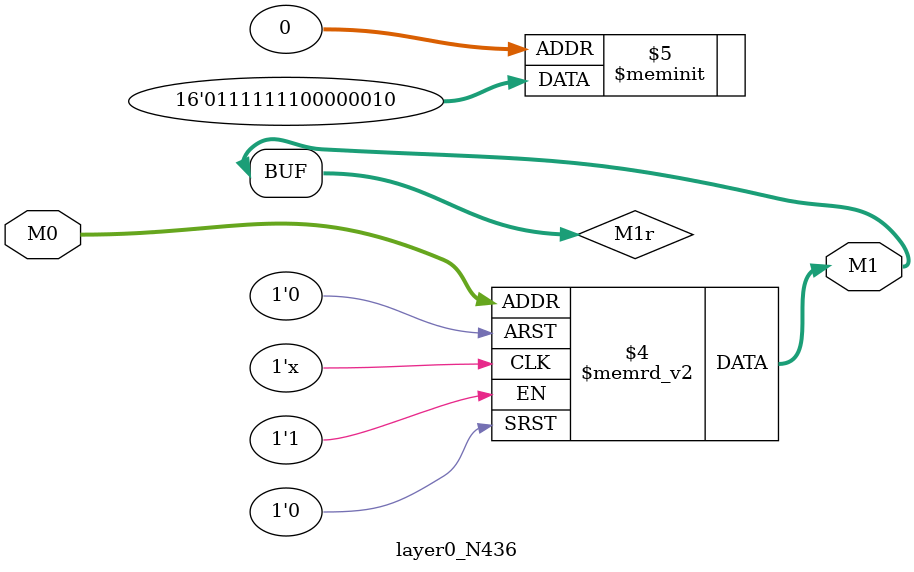
<source format=v>
module layer0_N436 ( input [2:0] M0, output [1:0] M1 );

	(*rom_style = "distributed" *) reg [1:0] M1r;
	assign M1 = M1r;
	always @ (M0) begin
		case (M0)
			3'b000: M1r = 2'b10;
			3'b100: M1r = 2'b11;
			3'b010: M1r = 2'b00;
			3'b110: M1r = 2'b11;
			3'b001: M1r = 2'b00;
			3'b101: M1r = 2'b11;
			3'b011: M1r = 2'b00;
			3'b111: M1r = 2'b01;

		endcase
	end
endmodule

</source>
